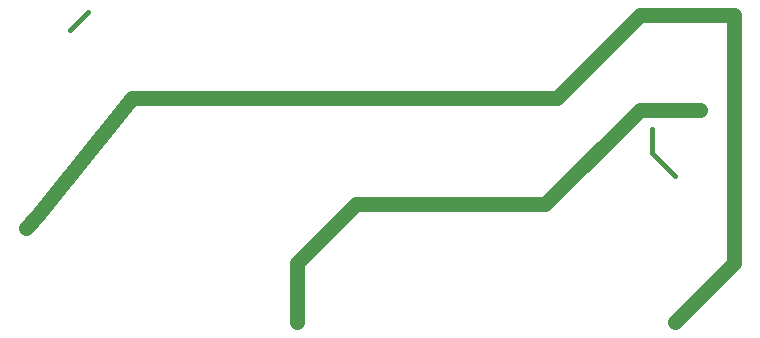
<source format=gbr>
G04 EAGLE Gerber RS-274X export*
G75*
%MOMM*%
%FSLAX34Y34*%
%LPD*%
%INBottom Copper*%
%IPPOS*%
%AMOC8*
5,1,8,0,0,1.08239X$1,22.5*%
G01*
%ADD10C,1.270000*%
%ADD11C,0.406400*%


D10*
X766700Y270700D02*
X716700Y220700D01*
X256700Y410700D02*
X176700Y310700D01*
X166700Y300700D01*
X766700Y270700D02*
X766700Y480700D01*
X616700Y410700D02*
X256700Y410700D01*
X686700Y480700D02*
X766700Y480700D01*
X686700Y480700D02*
X616700Y410700D01*
X396700Y270700D02*
X396700Y220700D01*
X396700Y270700D02*
X446700Y320700D01*
X606700Y320700D01*
X686700Y400700D01*
X737950Y400700D01*
D11*
X219200Y483200D02*
X204200Y468200D01*
X696700Y384450D02*
X696700Y364450D01*
X716700Y344450D01*
M02*

</source>
